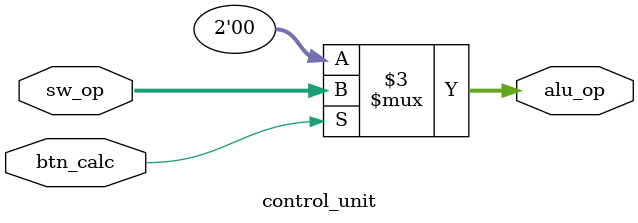
<source format=v>
module control_unit (
    input [1:0] sw_op,     // Switches definem a operação
    input btn_calc,        // Botão para executar operação
    output reg [1:0] alu_op
);

always @(*) begin
    if (btn_calc)
        alu_op = sw_op;    // Encaminha operação para ALU
    else
        alu_op = 2'b00;    // Default: ADD
end

endmodule

</source>
